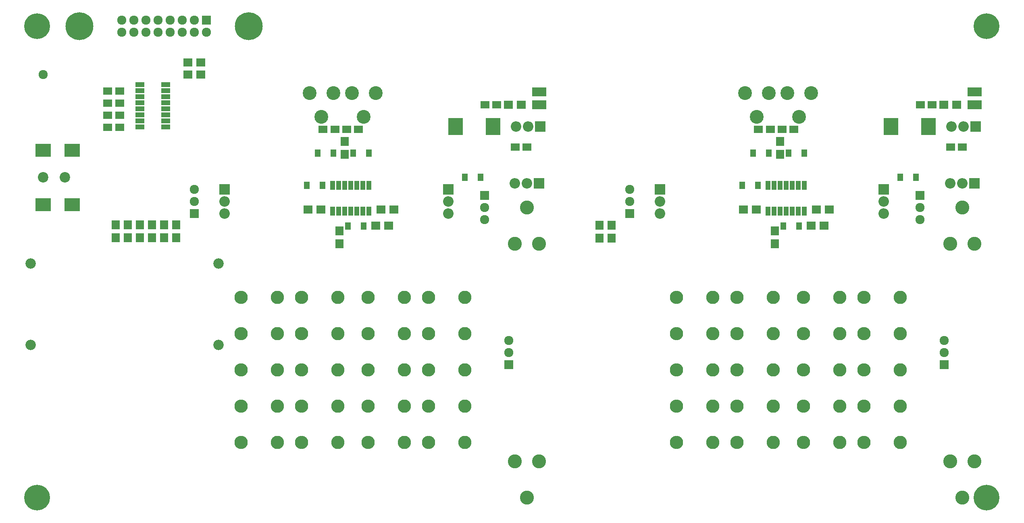
<source format=gbr>
G04 #@! TF.FileFunction,Soldermask,Top*
%FSLAX46Y46*%
G04 Gerber Fmt 4.6, Leading zero omitted, Abs format (unit mm)*
G04 Created by KiCad (PCBNEW 4.0.7) date 12/19/17 11:06:37*
%MOMM*%
%LPD*%
G01*
G04 APERTURE LIST*
%ADD10C,0.100000*%
%ADD11C,5.400000*%
%ADD12R,1.900000X1.650000*%
%ADD13C,1.920000*%
%ADD14R,1.920000X1.920000*%
%ADD15R,2.200000X2.200000*%
%ADD16O,2.200000X2.200000*%
%ADD17C,2.800000*%
%ADD18O,2.800000X2.800000*%
%ADD19C,2.940000*%
%ADD20R,1.300000X1.600000*%
%ADD21R,1.900000X1.700000*%
%ADD22R,1.000000X1.900000*%
%ADD23C,2.900000*%
%ADD24R,1.700000X1.900000*%
%ADD25R,1.050000X1.960000*%
%ADD26R,3.100000X3.600000*%
%ADD27C,5.860000*%
%ADD28R,1.900000X1.000000*%
%ADD29C,2.178000*%
%ADD30R,3.200000X2.800000*%
%ADD31C,2.200000*%
G04 APERTURE END LIST*
D10*
D11*
X260350000Y-43180000D03*
X260350000Y-142240000D03*
X60960000Y-43180000D03*
D12*
X246400000Y-59690000D03*
X248900000Y-59690000D03*
D13*
X246380000Y-81280000D03*
X246380000Y-83820000D03*
D14*
X246380000Y-78740000D03*
D15*
X238760000Y-77470000D03*
D16*
X238760000Y-80010000D03*
X238760000Y-82550000D03*
D17*
X242210117Y-100181117D03*
D18*
X234590117Y-100181117D03*
D17*
X242210117Y-107801117D03*
D18*
X234590117Y-107801117D03*
D17*
X229510117Y-115421117D03*
D18*
X221890117Y-115421117D03*
D17*
X229510117Y-107801117D03*
D18*
X221890117Y-107801117D03*
D17*
X229510117Y-123041117D03*
D18*
X221890117Y-123041117D03*
D17*
X229510117Y-130661117D03*
D18*
X221890117Y-130661117D03*
D17*
X229510117Y-100181117D03*
D18*
X221890117Y-100181117D03*
D13*
X251460000Y-111760000D03*
X251460000Y-109220000D03*
D14*
X251460000Y-114300000D03*
D17*
X242210117Y-123041117D03*
D18*
X234590117Y-123041117D03*
D17*
X242210117Y-130661117D03*
D18*
X234590117Y-130661117D03*
D17*
X242210117Y-115421117D03*
D18*
X234590117Y-115421117D03*
D19*
X255270000Y-142240000D03*
X252730000Y-134620000D03*
X257810000Y-134620000D03*
X255270000Y-81280000D03*
X252730000Y-88900000D03*
X257810000Y-88900000D03*
D12*
X219857005Y-64839151D03*
X217357005Y-64839151D03*
D20*
X218768546Y-69850000D03*
X222068546Y-69850000D03*
X220947429Y-85159151D03*
X217647429Y-85159151D03*
D21*
X227308546Y-81709034D03*
X224608546Y-81709034D03*
D22*
X214448546Y-82029034D03*
X215718546Y-82029034D03*
X216988546Y-82029034D03*
X218258546Y-82029034D03*
X219528546Y-82029034D03*
X220798546Y-82029034D03*
X222068546Y-82029034D03*
X222068546Y-76629034D03*
X220798546Y-76629034D03*
X219528546Y-76629034D03*
X218258546Y-76629034D03*
X216988546Y-76629034D03*
X215718546Y-76629034D03*
X214448546Y-76629034D03*
D23*
X220980000Y-62230000D03*
X218480000Y-57230000D03*
X223480000Y-57230000D03*
D24*
X215900000Y-88900000D03*
X215900000Y-86200000D03*
D21*
X226220000Y-85090000D03*
X223520000Y-85090000D03*
D17*
X215540117Y-130661117D03*
D18*
X207920117Y-130661117D03*
D17*
X202840117Y-123041117D03*
D18*
X195220117Y-123041117D03*
D17*
X215540117Y-123041117D03*
D18*
X207920117Y-123041117D03*
D17*
X202840117Y-130661117D03*
D18*
X195220117Y-130661117D03*
D20*
X242190000Y-74930000D03*
X245490000Y-74930000D03*
D21*
X254080000Y-59690000D03*
X251380000Y-59690000D03*
D15*
X257810000Y-76200000D03*
D16*
X255270000Y-76200000D03*
X252730000Y-76200000D03*
D25*
X256860000Y-59690000D03*
X257810000Y-59690000D03*
X258760000Y-59690000D03*
X258760000Y-56990000D03*
X256860000Y-56990000D03*
X257810000Y-56990000D03*
D12*
X255270000Y-68580000D03*
X252770000Y-68580000D03*
D15*
X257997114Y-64278790D03*
D16*
X255457114Y-64278790D03*
X252917114Y-64278790D03*
D26*
X240217114Y-64278790D03*
X248117114Y-64278790D03*
D17*
X202840117Y-115421117D03*
D18*
X195220117Y-115421117D03*
D17*
X215540117Y-107801117D03*
D18*
X207920117Y-107801117D03*
D17*
X202840117Y-107801117D03*
D18*
X195220117Y-107801117D03*
D17*
X215540117Y-115421117D03*
D18*
X207920117Y-115421117D03*
D17*
X202840117Y-100181117D03*
D18*
X195220117Y-100181117D03*
D17*
X215540117Y-100181117D03*
D18*
X207920117Y-100181117D03*
D23*
X212090000Y-62230000D03*
X209590000Y-57230000D03*
X214590000Y-57230000D03*
D21*
X209288546Y-81709034D03*
X211988546Y-81709034D03*
D12*
X212423845Y-64839151D03*
X214923845Y-64839151D03*
D24*
X216988546Y-67420000D03*
X216988546Y-70120000D03*
D20*
X214630000Y-69850000D03*
X211330000Y-69850000D03*
X208988546Y-76629034D03*
X212288546Y-76629034D03*
D15*
X191770000Y-77470000D03*
D16*
X191770000Y-80010000D03*
X191770000Y-82550000D03*
D13*
X185420000Y-80010000D03*
X185420000Y-77470000D03*
D14*
X185420000Y-82550000D03*
D20*
X150750000Y-74930000D03*
X154050000Y-74930000D03*
D27*
X105410000Y-43180000D03*
X69850000Y-43180000D03*
D14*
X96520000Y-41910000D03*
D13*
X96520000Y-44450000D03*
X93980000Y-41910000D03*
X93980000Y-44450000D03*
X91440000Y-41910000D03*
X91440000Y-44450000D03*
X88900000Y-41910000D03*
X88900000Y-44450000D03*
X86360000Y-41910000D03*
X86360000Y-44450000D03*
X83820000Y-41910000D03*
X83820000Y-44450000D03*
X81280000Y-41910000D03*
X81280000Y-44450000D03*
X78740000Y-41910000D03*
X78740000Y-44450000D03*
D12*
X78244100Y-64456282D03*
X75744100Y-64456282D03*
X78244100Y-61916282D03*
X75744100Y-61916282D03*
X75744100Y-59376282D03*
X78244100Y-59376282D03*
X75744100Y-56836282D03*
X78244100Y-56836282D03*
X154960000Y-59690000D03*
X157460000Y-59690000D03*
X163830000Y-68580000D03*
X161330000Y-68580000D03*
X128417005Y-64839151D03*
X125917005Y-64839151D03*
X120983845Y-64839151D03*
X123483845Y-64839151D03*
D20*
X117548546Y-76629034D03*
X120848546Y-76629034D03*
X129507429Y-85159151D03*
X126207429Y-85159151D03*
X123190000Y-69850000D03*
X119890000Y-69850000D03*
X127328546Y-69850000D03*
X130628546Y-69850000D03*
D15*
X166557114Y-64278790D03*
D16*
X164017114Y-64278790D03*
X161477114Y-64278790D03*
D15*
X100330000Y-77470000D03*
D16*
X100330000Y-80010000D03*
X100330000Y-82550000D03*
D15*
X147320000Y-77470000D03*
D16*
X147320000Y-80010000D03*
X147320000Y-82550000D03*
D15*
X166370000Y-76200000D03*
D16*
X163830000Y-76200000D03*
X161290000Y-76200000D03*
D21*
X92630000Y-50800000D03*
X95330000Y-50800000D03*
X92630000Y-53340000D03*
X95330000Y-53340000D03*
D26*
X148777114Y-64278790D03*
X156677114Y-64278790D03*
D21*
X162640000Y-59690000D03*
X159940000Y-59690000D03*
D24*
X87630000Y-84930000D03*
X87630000Y-87630000D03*
X124460000Y-88900000D03*
X124460000Y-86200000D03*
D21*
X117848546Y-81709034D03*
X120548546Y-81709034D03*
D24*
X90170000Y-84930000D03*
X90170000Y-87630000D03*
D21*
X134780000Y-85090000D03*
X132080000Y-85090000D03*
X135868546Y-81709034D03*
X133168546Y-81709034D03*
D24*
X125548546Y-67420000D03*
X125548546Y-70120000D03*
D17*
X111400117Y-130661117D03*
D18*
X103780117Y-130661117D03*
D17*
X111400117Y-123041117D03*
D18*
X103780117Y-123041117D03*
D17*
X111400117Y-115421117D03*
D18*
X103780117Y-115421117D03*
D17*
X111400117Y-107801117D03*
D18*
X103780117Y-107801117D03*
D17*
X111400117Y-100181117D03*
D18*
X103780117Y-100181117D03*
D17*
X124100117Y-130661117D03*
D18*
X116480117Y-130661117D03*
D17*
X124100117Y-123041117D03*
D18*
X116480117Y-123041117D03*
D17*
X124100117Y-115421117D03*
D18*
X116480117Y-115421117D03*
D17*
X124100117Y-107801117D03*
D18*
X116480117Y-107801117D03*
D17*
X124100117Y-100181117D03*
D18*
X116480117Y-100181117D03*
D17*
X138070117Y-130661117D03*
D18*
X130450117Y-130661117D03*
D17*
X138070117Y-123041117D03*
D18*
X130450117Y-123041117D03*
D17*
X138070117Y-115421117D03*
D18*
X130450117Y-115421117D03*
D17*
X138070117Y-107801117D03*
D18*
X130450117Y-107801117D03*
D17*
X138070117Y-100181117D03*
D18*
X130450117Y-100181117D03*
D17*
X150770117Y-130661117D03*
D18*
X143150117Y-130661117D03*
D17*
X150770117Y-123041117D03*
D18*
X143150117Y-123041117D03*
D17*
X150770117Y-115421117D03*
D18*
X143150117Y-115421117D03*
D17*
X150770117Y-107801117D03*
D18*
X143150117Y-107801117D03*
D17*
X150770117Y-100181117D03*
D18*
X143150117Y-100181117D03*
D25*
X165420000Y-59690000D03*
X166370000Y-59690000D03*
X167320000Y-59690000D03*
X167320000Y-56990000D03*
X165420000Y-56990000D03*
X166370000Y-56990000D03*
D22*
X123008546Y-82029034D03*
X124278546Y-82029034D03*
X125548546Y-82029034D03*
X126818546Y-82029034D03*
X128088546Y-82029034D03*
X129358546Y-82029034D03*
X130628546Y-82029034D03*
X130628546Y-76629034D03*
X129358546Y-76629034D03*
X128088546Y-76629034D03*
X126818546Y-76629034D03*
X125548546Y-76629034D03*
X124278546Y-76629034D03*
X123008546Y-76629034D03*
D13*
X160020000Y-111760000D03*
X160020000Y-109220000D03*
D14*
X160020000Y-114300000D03*
D13*
X93980000Y-80010000D03*
X93980000Y-77470000D03*
D14*
X93980000Y-82550000D03*
D13*
X154940000Y-81280000D03*
X154940000Y-83820000D03*
D14*
X154940000Y-78740000D03*
D28*
X87943718Y-64294100D03*
X87943718Y-63024100D03*
X87943718Y-61754100D03*
X87943718Y-60484100D03*
X87943718Y-59214100D03*
X87943718Y-57944100D03*
X87943718Y-56674100D03*
X87943718Y-55404100D03*
X82543718Y-55404100D03*
X82543718Y-56674100D03*
X82543718Y-57944100D03*
X82543718Y-59214100D03*
X82543718Y-60484100D03*
X82543718Y-61754100D03*
X82543718Y-63024100D03*
X82543718Y-64294100D03*
D19*
X163830000Y-142240000D03*
X161290000Y-134620000D03*
X166370000Y-134620000D03*
X163830000Y-81280000D03*
X161290000Y-88900000D03*
X166370000Y-88900000D03*
D23*
X120650000Y-62230000D03*
X118150000Y-57230000D03*
X123150000Y-57230000D03*
X129540000Y-62230000D03*
X127040000Y-57230000D03*
X132040000Y-57230000D03*
D24*
X85090000Y-84930000D03*
X85090000Y-87630000D03*
X82550000Y-84930000D03*
X82550000Y-87630000D03*
X80010000Y-84930000D03*
X80010000Y-87630000D03*
X77470000Y-84930000D03*
X77470000Y-87630000D03*
X179070000Y-85030000D03*
X179070000Y-87730000D03*
X181610000Y-85010000D03*
X181610000Y-87710000D03*
D29*
X59570000Y-93030000D03*
X59570000Y-110170000D03*
X99060000Y-93030000D03*
X99060000Y-110170000D03*
D13*
X62230000Y-53340000D03*
D11*
X60960000Y-142240000D03*
D30*
X62230000Y-69230000D03*
X62230000Y-80630000D03*
X68330000Y-80630000D03*
X68330000Y-69230000D03*
D31*
X62230000Y-74930000D03*
X66730000Y-74930000D03*
M02*

</source>
